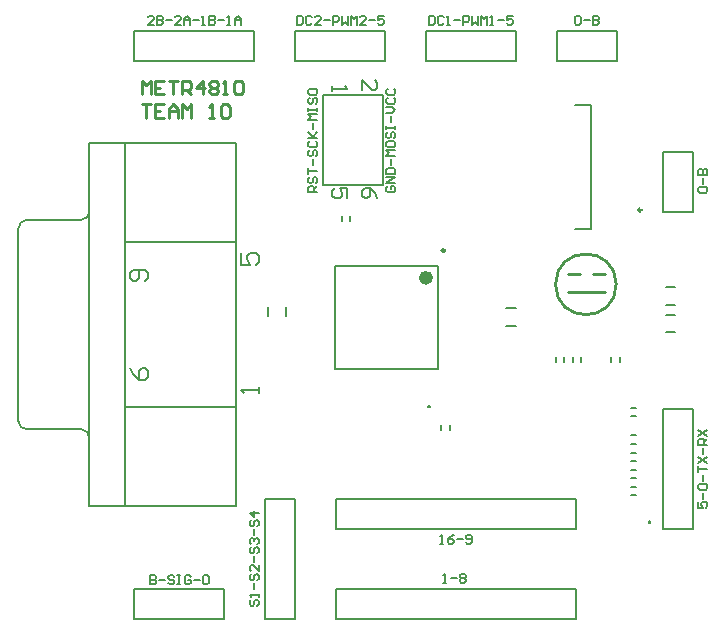
<source format=gto>
G04 Layer_Color=65535*
%FSLAX24Y24*%
%MOIN*%
G70*
G01*
G75*
%ADD22C,0.0100*%
%ADD32C,0.0236*%
%ADD33C,0.0098*%
%ADD34C,0.0079*%
%ADD35C,0.0050*%
%ADD36C,0.0080*%
%ADD37C,0.0059*%
D22*
X18062Y10200D02*
G03*
X18062Y10200I-1012J0D01*
G01*
X16450Y9950D02*
X17700D01*
X17300Y10550D02*
X17700D01*
X16450D02*
X16850D01*
X2250Y16530D02*
Y16980D01*
X2400Y16830D01*
X2550Y16980D01*
Y16530D01*
X3000Y16980D02*
X2700D01*
Y16530D01*
X3000D01*
X2700Y16755D02*
X2850D01*
X3150Y16980D02*
X3450D01*
X3300D01*
Y16530D01*
X3600D02*
Y16980D01*
X3824D01*
X3899Y16905D01*
Y16755D01*
X3824Y16680D01*
X3600D01*
X3750D02*
X3899Y16530D01*
X4274D02*
Y16980D01*
X4049Y16755D01*
X4349D01*
X4499Y16905D02*
X4574Y16980D01*
X4724D01*
X4799Y16905D01*
Y16830D01*
X4724Y16755D01*
X4799Y16680D01*
Y16605D01*
X4724Y16530D01*
X4574D01*
X4499Y16605D01*
Y16680D01*
X4574Y16755D01*
X4499Y16830D01*
Y16905D01*
X4574Y16755D02*
X4724D01*
X4949Y16530D02*
X5099D01*
X5024D01*
Y16980D01*
X4949Y16905D01*
X5324D02*
X5399Y16980D01*
X5549D01*
X5624Y16905D01*
Y16605D01*
X5549Y16530D01*
X5399D01*
X5324Y16605D01*
Y16905D01*
X2250Y16200D02*
X2550D01*
X2400D01*
Y15750D01*
X3000Y16200D02*
X2700D01*
Y15750D01*
X3000D01*
X2700Y15975D02*
X2850D01*
X3150Y15750D02*
Y16050D01*
X3300Y16200D01*
X3450Y16050D01*
Y15750D01*
Y15975D01*
X3150D01*
X3600Y15750D02*
Y16200D01*
X3750Y16050D01*
X3899Y16200D01*
Y15750D01*
X4499D02*
X4649D01*
X4574D01*
Y16200D01*
X4499Y16125D01*
X4874D02*
X4949Y16200D01*
X5099D01*
X5174Y16125D01*
Y15825D01*
X5099Y15750D01*
X4949D01*
X4874Y15825D01*
Y16125D01*
D32*
X11837Y10419D02*
G03*
X11837Y10419I-118J0D01*
G01*
D33*
X12349Y11324D02*
G03*
X12349Y11324I-49J0D01*
G01*
X18899Y12677D02*
G03*
X18899Y12677I-49J0D01*
G01*
D34*
X498Y5094D02*
G03*
X224Y5368I-274J0D01*
G01*
X-1863Y5644D02*
G03*
X-1589Y5370I274J0D01*
G01*
X224Y12348D02*
G03*
X498Y12622I0J274D01*
G01*
X-1589Y12346D02*
G03*
X-1863Y12073I0J-274D01*
G01*
X8300Y13500D02*
X10300D01*
X8300Y16500D02*
X10300D01*
Y13500D02*
Y16500D01*
X8300Y13500D02*
Y16500D01*
Y13500D02*
Y15417D01*
X8687Y7387D02*
Y10813D01*
X12113Y7387D02*
Y10813D01*
X8687Y7387D02*
X12113D01*
X8687Y10813D02*
X12113D01*
X18552Y4019D02*
X18709D01*
X18552Y3744D02*
X18709D01*
X6000Y17661D02*
Y18661D01*
X2000Y17661D02*
X6000D01*
X2000Y18661D02*
X6000D01*
X2000Y17661D02*
Y18661D01*
X18552Y4316D02*
X18709D01*
X18552Y4592D02*
X18709D01*
X12235Y5349D02*
Y5507D01*
X12511Y5349D02*
Y5507D01*
X18552Y6088D02*
X18709D01*
X18552Y5812D02*
X18709D01*
X18552Y3171D02*
X18709D01*
X18552Y3447D02*
X18709D01*
X18552Y5164D02*
X18709D01*
X18552Y4889D02*
X18709D01*
X11715Y18661D02*
X14715D01*
X11715Y17661D02*
Y18661D01*
Y17661D02*
X14715D01*
Y18661D01*
X7358D02*
X10358D01*
X7358Y17661D02*
Y18661D01*
Y17661D02*
X10358D01*
Y18661D01*
X6358Y-945D02*
X7358D01*
X6358D02*
Y3055D01*
X7358Y-945D02*
Y3055D01*
X6358D02*
X7358D01*
X9181Y12316D02*
Y12473D01*
X8905Y12316D02*
Y12473D01*
X16073Y17661D02*
Y18661D01*
X18073D01*
Y17661D02*
Y18661D01*
X16073Y17661D02*
X18073D01*
X16715Y2055D02*
Y3055D01*
X8715Y2055D02*
X16715D01*
X8715D02*
Y3055D01*
X16715D01*
Y-945D02*
Y55D01*
X8715Y-945D02*
X16715D01*
X8715D02*
Y55D01*
X16715D01*
X2000Y-945D02*
X5000D01*
Y55D01*
X2000D02*
X5000D01*
X2000Y-945D02*
Y55D01*
X19630Y2055D02*
X20630D01*
X19630D02*
Y6055D01*
X20630Y2055D02*
Y6055D01*
X19630D02*
X20630D01*
X16685Y12033D02*
X17236D01*
Y16167D01*
X16685D02*
X17236D01*
X16324Y7621D02*
Y7779D01*
X16048Y7621D02*
Y7779D01*
X19630Y12600D02*
Y14600D01*
Y12600D02*
X20630D01*
Y14600D01*
X19630D02*
X20630D01*
X18179Y7621D02*
Y7779D01*
X17904Y7621D02*
Y7779D01*
X6455Y9143D02*
Y9457D01*
X7045Y9143D02*
Y9457D01*
X14393Y9395D02*
X14707D01*
X14393Y8805D02*
X14707D01*
X19705Y9192D02*
X20020D01*
X19705Y8601D02*
X20020D01*
X19705Y10095D02*
X20020D01*
X19705Y9505D02*
X20020D01*
X1681Y2795D02*
Y14921D01*
X500D02*
X5382D01*
X500Y2795D02*
X5382D01*
X-1863Y5644D02*
Y12073D01*
X5382Y2795D02*
Y14921D01*
X1681Y11614D02*
X5382D01*
X500Y2795D02*
Y14921D01*
X1681Y6102D02*
X5382D01*
X-1587Y5368D02*
X224D01*
X-1587Y12348D02*
X224D01*
X16621Y7621D02*
Y7779D01*
X16896Y7621D02*
Y7779D01*
D35*
X19150Y2250D02*
Y2300D01*
X19200D01*
Y2250D01*
X19150D01*
X11800Y6100D02*
Y6150D01*
X11850D01*
Y6100D01*
X11800D01*
X12300Y250D02*
X12400D01*
X12350D01*
Y550D01*
X12300Y500D01*
X12550Y400D02*
X12750D01*
X12850Y500D02*
X12900Y550D01*
X13000D01*
X13050Y500D01*
Y450D01*
X13000Y400D01*
X13050Y350D01*
Y300D01*
X13000Y250D01*
X12900D01*
X12850Y300D01*
Y350D01*
X12900Y400D01*
X12850Y450D01*
Y500D01*
X12900Y400D02*
X13000D01*
X12200Y1550D02*
X12300D01*
X12250D01*
Y1850D01*
X12200Y1800D01*
X12650Y1850D02*
X12550Y1800D01*
X12450Y1700D01*
Y1600D01*
X12500Y1550D01*
X12600D01*
X12650Y1600D01*
Y1650D01*
X12600Y1700D01*
X12450D01*
X12750D02*
X12950D01*
X13050Y1600D02*
X13100Y1550D01*
X13200D01*
X13250Y1600D01*
Y1800D01*
X13200Y1850D01*
X13100D01*
X13050Y1800D01*
Y1750D01*
X13100Y1700D01*
X13250D01*
X20800Y2955D02*
Y2756D01*
X20950D01*
X20900Y2856D01*
Y2905D01*
X20950Y2955D01*
X21050D01*
X21100Y2905D01*
Y2806D01*
X21050Y2756D01*
X20950Y3055D02*
Y3255D01*
X20850Y3355D02*
X20800Y3405D01*
Y3505D01*
X20850Y3555D01*
X21050D01*
X21100Y3505D01*
Y3405D01*
X21050Y3355D01*
X20850D01*
X20950Y3655D02*
Y3855D01*
X20800Y3955D02*
Y4155D01*
Y4055D01*
X21100D01*
X20800Y4255D02*
X21100Y4455D01*
X20800D02*
X21100Y4255D01*
X20950Y4555D02*
Y4755D01*
X21100Y4855D02*
X20800D01*
Y5005D01*
X20850Y5055D01*
X20950D01*
X21000Y5005D01*
Y4855D01*
Y4955D02*
X21100Y5055D01*
X20800Y5155D02*
X21100Y5355D01*
X20800D02*
X21100Y5155D01*
X10450Y13475D02*
X10400Y13426D01*
Y13326D01*
X10450Y13276D01*
X10650D01*
X10700Y13326D01*
Y13426D01*
X10650Y13475D01*
X10550D01*
Y13376D01*
X10700Y13575D02*
X10400D01*
X10700Y13775D01*
X10400D01*
Y13875D02*
X10700D01*
Y14025D01*
X10650Y14075D01*
X10450D01*
X10400Y14025D01*
Y13875D01*
X10550Y14175D02*
Y14375D01*
X10700Y14475D02*
X10400D01*
X10500Y14575D01*
X10400Y14675D01*
X10700D01*
X10400Y14925D02*
Y14825D01*
X10450Y14775D01*
X10650D01*
X10700Y14825D01*
Y14925D01*
X10650Y14975D01*
X10450D01*
X10400Y14925D01*
X10450Y15275D02*
X10400Y15225D01*
Y15125D01*
X10450Y15075D01*
X10500D01*
X10550Y15125D01*
Y15225D01*
X10600Y15275D01*
X10650D01*
X10700Y15225D01*
Y15125D01*
X10650Y15075D01*
X10400Y15375D02*
Y15475D01*
Y15425D01*
X10700D01*
Y15375D01*
Y15475D01*
X10550Y15625D02*
Y15825D01*
X10400Y15925D02*
X10600D01*
X10700Y16025D01*
X10600Y16125D01*
X10400D01*
X10450Y16425D02*
X10400Y16375D01*
Y16275D01*
X10450Y16225D01*
X10650D01*
X10700Y16275D01*
Y16375D01*
X10650Y16425D01*
X10450Y16724D02*
X10400Y16674D01*
Y16574D01*
X10450Y16525D01*
X10650D01*
X10700Y16574D01*
Y16674D01*
X10650Y16724D01*
X8100Y13276D02*
X7800D01*
Y13426D01*
X7850Y13475D01*
X7950D01*
X8000Y13426D01*
Y13276D01*
Y13376D02*
X8100Y13475D01*
X7850Y13775D02*
X7800Y13725D01*
Y13625D01*
X7850Y13575D01*
X7900D01*
X7950Y13625D01*
Y13725D01*
X8000Y13775D01*
X8050D01*
X8100Y13725D01*
Y13625D01*
X8050Y13575D01*
X7800Y13875D02*
Y14075D01*
Y13975D01*
X8100D01*
X7950Y14175D02*
Y14375D01*
X7850Y14675D02*
X7800Y14625D01*
Y14525D01*
X7850Y14475D01*
X7900D01*
X7950Y14525D01*
Y14625D01*
X8000Y14675D01*
X8050D01*
X8100Y14625D01*
Y14525D01*
X8050Y14475D01*
X7850Y14975D02*
X7800Y14925D01*
Y14825D01*
X7850Y14775D01*
X8050D01*
X8100Y14825D01*
Y14925D01*
X8050Y14975D01*
X7800Y15075D02*
X8100D01*
X8000D01*
X7800Y15275D01*
X7950Y15125D01*
X8100Y15275D01*
X7950Y15375D02*
Y15575D01*
X8100Y15675D02*
X7800D01*
X7900Y15775D01*
X7800Y15875D01*
X8100D01*
X7800Y15975D02*
Y16075D01*
Y16025D01*
X8100D01*
Y15975D01*
Y16075D01*
X7850Y16425D02*
X7800Y16375D01*
Y16275D01*
X7850Y16225D01*
X7900D01*
X7950Y16275D01*
Y16375D01*
X8000Y16425D01*
X8050D01*
X8100Y16375D01*
Y16275D01*
X8050Y16225D01*
X7800Y16674D02*
Y16574D01*
X7850Y16525D01*
X8050D01*
X8100Y16574D01*
Y16674D01*
X8050Y16724D01*
X7850D01*
X7800Y16674D01*
X16673Y19100D02*
X16723Y19150D01*
X16823D01*
X16873Y19100D01*
Y18900D01*
X16823Y18850D01*
X16723D01*
X16673Y18900D01*
Y19100D01*
X16973Y19000D02*
X17173D01*
X17273Y19150D02*
Y18850D01*
X17423D01*
X17473Y18900D01*
Y18950D01*
X17423Y19000D01*
X17273D01*
X17423D01*
X17473Y19050D01*
Y19100D01*
X17423Y19150D01*
X17273D01*
X11816D02*
Y18850D01*
X11966D01*
X12016Y18900D01*
Y19100D01*
X11966Y19150D01*
X11816D01*
X12316Y19100D02*
X12266Y19150D01*
X12166D01*
X12116Y19100D01*
Y18900D01*
X12166Y18850D01*
X12266D01*
X12316Y18900D01*
X12416Y18850D02*
X12516D01*
X12466D01*
Y19150D01*
X12416Y19100D01*
X12666Y19000D02*
X12865D01*
X12965Y18850D02*
Y19150D01*
X13115D01*
X13165Y19100D01*
Y19000D01*
X13115Y18950D01*
X12965D01*
X13265Y19150D02*
Y18850D01*
X13365Y18950D01*
X13465Y18850D01*
Y19150D01*
X13565Y18850D02*
Y19150D01*
X13665Y19050D01*
X13765Y19150D01*
Y18850D01*
X13865D02*
X13965D01*
X13915D01*
Y19150D01*
X13865Y19100D01*
X14115Y19000D02*
X14315D01*
X14615Y19150D02*
X14415D01*
Y19000D01*
X14515Y19050D01*
X14565D01*
X14615Y19000D01*
Y18900D01*
X14565Y18850D01*
X14465D01*
X14415Y18900D01*
X7408Y19150D02*
Y18850D01*
X7558D01*
X7608Y18900D01*
Y19100D01*
X7558Y19150D01*
X7408D01*
X7908Y19100D02*
X7858Y19150D01*
X7758D01*
X7708Y19100D01*
Y18900D01*
X7758Y18850D01*
X7858D01*
X7908Y18900D01*
X8208Y18850D02*
X8008D01*
X8208Y19050D01*
Y19100D01*
X8158Y19150D01*
X8058D01*
X8008Y19100D01*
X8308Y19000D02*
X8508D01*
X8608Y18850D02*
Y19150D01*
X8758D01*
X8808Y19100D01*
Y19000D01*
X8758Y18950D01*
X8608D01*
X8908Y19150D02*
Y18850D01*
X9008Y18950D01*
X9108Y18850D01*
Y19150D01*
X9208Y18850D02*
Y19150D01*
X9308Y19050D01*
X9408Y19150D01*
Y18850D01*
X9707D02*
X9507D01*
X9707Y19050D01*
Y19100D01*
X9657Y19150D01*
X9557D01*
X9507Y19100D01*
X9807Y19000D02*
X10007D01*
X10307Y19150D02*
X10107D01*
Y19000D01*
X10207Y19050D01*
X10257D01*
X10307Y19000D01*
Y18900D01*
X10257Y18850D01*
X10157D01*
X10107Y18900D01*
X2650Y18850D02*
X2450D01*
X2650Y19050D01*
Y19100D01*
X2600Y19150D01*
X2500D01*
X2450Y19100D01*
X2750Y19150D02*
Y18850D01*
X2900D01*
X2950Y18900D01*
Y18950D01*
X2900Y19000D01*
X2750D01*
X2900D01*
X2950Y19050D01*
Y19100D01*
X2900Y19150D01*
X2750D01*
X3050Y19000D02*
X3250D01*
X3550Y18850D02*
X3350D01*
X3550Y19050D01*
Y19100D01*
X3500Y19150D01*
X3400D01*
X3350Y19100D01*
X3650Y18850D02*
Y19050D01*
X3750Y19150D01*
X3850Y19050D01*
Y18850D01*
Y19000D01*
X3650D01*
X3950D02*
X4150D01*
X4250Y18850D02*
X4350D01*
X4300D01*
Y19150D01*
X4250Y19100D01*
X4500Y19150D02*
Y18850D01*
X4650D01*
X4700Y18900D01*
Y18950D01*
X4650Y19000D01*
X4500D01*
X4650D01*
X4700Y19050D01*
Y19100D01*
X4650Y19150D01*
X4500D01*
X4800Y19000D02*
X5000D01*
X5100Y18850D02*
X5200D01*
X5150D01*
Y19150D01*
X5100Y19100D01*
X5350Y18850D02*
Y19050D01*
X5450Y19150D01*
X5549Y19050D01*
Y18850D01*
Y19000D01*
X5350D01*
X2525Y500D02*
Y200D01*
X2675D01*
X2725Y250D01*
Y300D01*
X2675Y350D01*
X2525D01*
X2675D01*
X2725Y400D01*
Y450D01*
X2675Y500D01*
X2525D01*
X2825Y350D02*
X3025D01*
X3325Y450D02*
X3275Y500D01*
X3175D01*
X3125Y450D01*
Y400D01*
X3175Y350D01*
X3275D01*
X3325Y300D01*
Y250D01*
X3275Y200D01*
X3175D01*
X3125Y250D01*
X3425Y500D02*
X3525D01*
X3475D01*
Y200D01*
X3425D01*
X3525D01*
X3875Y450D02*
X3825Y500D01*
X3725D01*
X3675Y450D01*
Y250D01*
X3725Y200D01*
X3825D01*
X3875Y250D01*
Y350D01*
X3775D01*
X3975D02*
X4175D01*
X4275Y450D02*
X4325Y500D01*
X4425D01*
X4475Y450D01*
Y250D01*
X4425Y200D01*
X4325D01*
X4275Y250D01*
Y450D01*
X5900Y-319D02*
X5850Y-369D01*
Y-469D01*
X5900Y-519D01*
X5950D01*
X6000Y-469D01*
Y-369D01*
X6050Y-319D01*
X6100D01*
X6150Y-369D01*
Y-469D01*
X6100Y-519D01*
X6150Y-219D02*
Y-120D01*
Y-169D01*
X5850D01*
X5900Y-219D01*
X6000Y30D02*
Y230D01*
X5900Y530D02*
X5850Y480D01*
Y380D01*
X5900Y330D01*
X5950D01*
X6000Y380D01*
Y480D01*
X6050Y530D01*
X6100D01*
X6150Y480D01*
Y380D01*
X6100Y330D01*
X6150Y830D02*
Y630D01*
X5950Y830D01*
X5900D01*
X5850Y780D01*
Y680D01*
X5900Y630D01*
X6000Y930D02*
Y1130D01*
X5900Y1430D02*
X5850Y1380D01*
Y1280D01*
X5900Y1230D01*
X5950D01*
X6000Y1280D01*
Y1380D01*
X6050Y1430D01*
X6100D01*
X6150Y1380D01*
Y1280D01*
X6100Y1230D01*
X5900Y1530D02*
X5850Y1580D01*
Y1680D01*
X5900Y1730D01*
X5950D01*
X6000Y1680D01*
Y1630D01*
Y1680D01*
X6050Y1730D01*
X6100D01*
X6150Y1680D01*
Y1580D01*
X6100Y1530D01*
X6000Y1830D02*
Y2030D01*
X5900Y2330D02*
X5850Y2280D01*
Y2180D01*
X5900Y2130D01*
X5950D01*
X6000Y2180D01*
Y2280D01*
X6050Y2330D01*
X6100D01*
X6150Y2280D01*
Y2180D01*
X6100Y2130D01*
X6150Y2580D02*
X5850D01*
X6000Y2430D01*
Y2630D01*
X20850Y13250D02*
X20800Y13300D01*
Y13400D01*
X20850Y13450D01*
X21050D01*
X21100Y13400D01*
Y13300D01*
X21050Y13250D01*
X20850D01*
X20950Y13550D02*
Y13750D01*
X20800Y13850D02*
X21100D01*
Y14000D01*
X21050Y14050D01*
X21000D01*
X20950Y14000D01*
Y13850D01*
Y14000D01*
X20900Y14050D01*
X20850D01*
X20800Y14000D01*
Y13850D01*
D36*
X10100Y13067D02*
X10017Y13233D01*
X9850Y13400D01*
X9683D01*
X9600Y13317D01*
Y13150D01*
X9683Y13067D01*
X9767D01*
X9850Y13150D01*
Y13400D01*
X9100Y13067D02*
Y13400D01*
X8850D01*
X8933Y13233D01*
Y13150D01*
X8850Y13067D01*
X8683D01*
X8600Y13150D01*
Y13317D01*
X8683Y13400D01*
X9600Y16667D02*
Y17000D01*
X9933Y16667D01*
X10017D01*
X10100Y16750D01*
Y16917D01*
X10017Y17000D01*
X8600Y16800D02*
Y16633D01*
Y16717D01*
X9100D01*
X9017Y16800D01*
D37*
X6159Y6579D02*
Y6776D01*
Y6677D01*
X5569D01*
X5667Y6579D01*
X5569Y11236D02*
Y10843D01*
X5864D01*
X5766Y11039D01*
Y11138D01*
X5864Y11236D01*
X6061D01*
X6159Y11138D01*
Y10941D01*
X6061Y10843D01*
X2360Y10297D02*
X2458Y10396D01*
Y10592D01*
X2360Y10691D01*
X1966D01*
X1868Y10592D01*
Y10396D01*
X1966Y10297D01*
X2065D01*
X2163Y10396D01*
Y10691D01*
X1868Y7419D02*
X1966Y7222D01*
X2163Y7026D01*
X2360D01*
X2458Y7124D01*
Y7321D01*
X2360Y7419D01*
X2262D01*
X2163Y7321D01*
Y7026D01*
M02*

</source>
